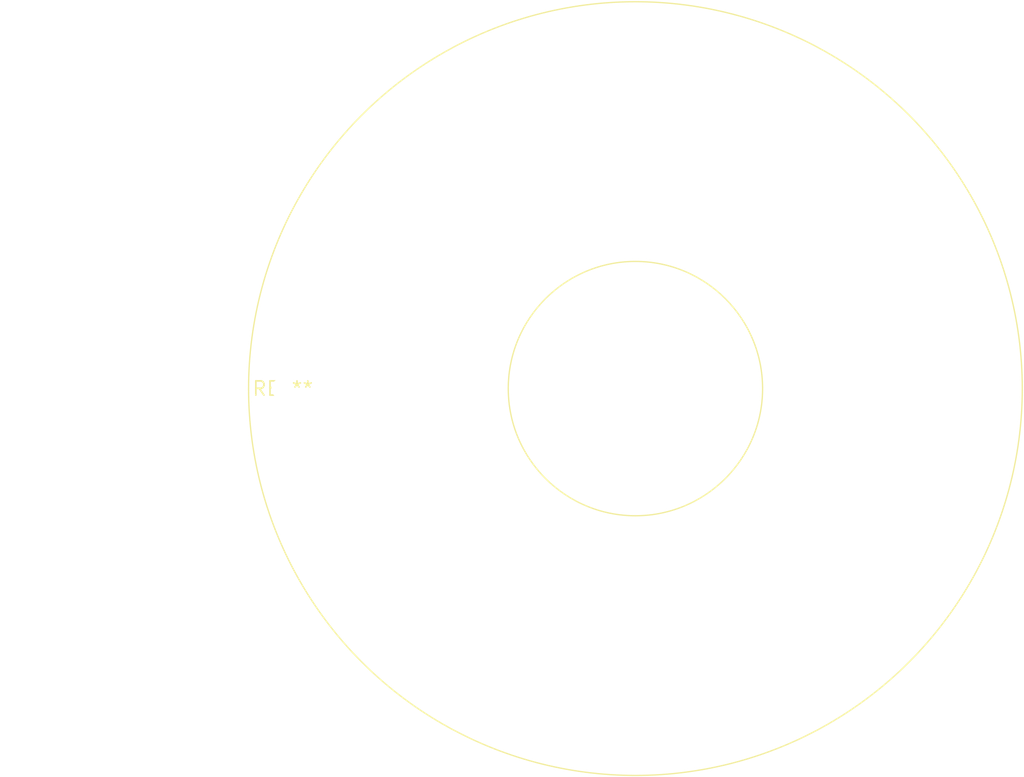
<source format=kicad_pcb>
(kicad_pcb (version 20240108) (generator pcbnew)
  (layers (0 "F.Cu" signal) (31 "B.Cu" signal) (34 "B.Paste" user) (35 "F.Paste" user) (36 "B.SilkS" user "B.Silkscreen") (37 "F.SilkS" user "F.Silkscreen") (38 "B.Mask" user) (39 "F.Mask" user) (44 "Edge.Cuts" user))
  (net 0 "")
  (footprint "L_Toroid_Horizontal_D69.1mm_P63.20mm_Vishay_TJ9" (layer "F.Cu") (at 0 0)
    (property "Reference" "REF**")
    (property "Value" "L_Toroid_Horizontal_D69.1mm_P63.20mm_Vishay_TJ9")
    (fp_circle (center 31.6 0) (end 42.996667 0) (layer "F.SilkS") (stroke (width 0.12)) (fill none))
    (fp_circle (center 31.6 0) (end 66.27 0) (layer "F.SilkS") (stroke (width 0.12)) (fill none))
    (pad "1" thru_hole circle (at 0 0) (size 4 4) (drill 2) (layers *.Cu *.Mask) (remove_unused_layers))
    (pad "2" thru_hole circle (at 63.2 0) (size 4 4) (drill 2) (layers *.Cu *.Mask) (remove_unused_layers))
  )
)
</source>
